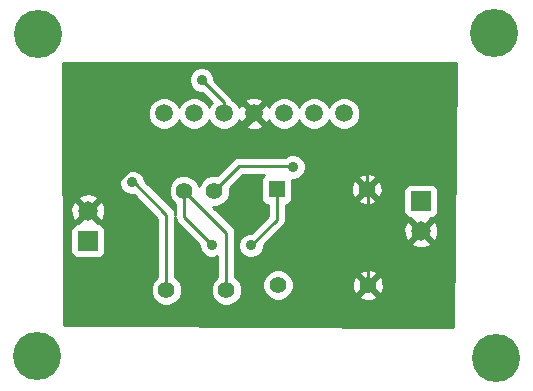
<source format=gbl>
G04 (created by PCBNEW (2013-07-07 BZR 4022)-stable) date 4/23/2015 6:26:41 AM*
%MOIN*%
G04 Gerber Fmt 3.4, Leading zero omitted, Abs format*
%FSLAX34Y34*%
G01*
G70*
G90*
G04 APERTURE LIST*
%ADD10C,0.00590551*%
%ADD11C,0.055*%
%ADD12C,0.0590551*%
%ADD13R,0.055X0.055*%
%ADD14R,0.065X0.065*%
%ADD15C,0.065*%
%ADD16C,0.16*%
%ADD17C,0.035*%
%ADD18C,0.01*%
G04 APERTURE END LIST*
G54D10*
G54D11*
X81580Y-59340D03*
X84580Y-59340D03*
G54D12*
X77780Y-53620D03*
X78780Y-53620D03*
X79780Y-53620D03*
X80780Y-53620D03*
X81780Y-53620D03*
X82780Y-53620D03*
X83780Y-53620D03*
G54D13*
X81540Y-56140D03*
G54D11*
X84540Y-56140D03*
X77860Y-59500D03*
X79860Y-59500D03*
G54D14*
X75240Y-57860D03*
G54D15*
X75240Y-56860D03*
G54D14*
X86340Y-56540D03*
G54D15*
X86340Y-57540D03*
G54D11*
X78460Y-56200D03*
X79460Y-56200D03*
G54D16*
X73600Y-50980D03*
X73540Y-61720D03*
X88780Y-50940D03*
X88860Y-61760D03*
G54D17*
X82080Y-55400D03*
X80680Y-58020D03*
X79380Y-58000D03*
X79040Y-52500D03*
X76720Y-55920D03*
G54D18*
X80780Y-53620D02*
X80780Y-53780D01*
X77040Y-55060D02*
X75240Y-56860D01*
X79500Y-55060D02*
X77040Y-55060D01*
X80780Y-53780D02*
X79500Y-55060D01*
X84540Y-56140D02*
X84540Y-55680D01*
X82140Y-54980D02*
X80780Y-53620D01*
X83840Y-54980D02*
X82140Y-54980D01*
X84540Y-55680D02*
X83840Y-54980D01*
X84580Y-59340D02*
X84580Y-56180D01*
X84580Y-56180D02*
X84540Y-56140D01*
X86340Y-57540D02*
X86340Y-57580D01*
X86340Y-57580D02*
X84580Y-59340D01*
X80300Y-55360D02*
X79460Y-56200D01*
X82040Y-55360D02*
X80300Y-55360D01*
X82080Y-55400D02*
X82040Y-55360D01*
X81540Y-57160D02*
X81540Y-56140D01*
X80680Y-58020D02*
X81540Y-57160D01*
X78460Y-57080D02*
X79380Y-58000D01*
X78460Y-56200D02*
X78460Y-57080D01*
X79860Y-59500D02*
X79860Y-57600D01*
X79860Y-57600D02*
X78460Y-56200D01*
X77860Y-59500D02*
X77860Y-57000D01*
X79780Y-53240D02*
X79780Y-53620D01*
X79040Y-52500D02*
X79780Y-53240D01*
X76780Y-55920D02*
X76720Y-55920D01*
X77860Y-57000D02*
X76780Y-55920D01*
G54D10*
G36*
X87529Y-51949D02*
X87410Y-60749D01*
X86919Y-60746D01*
X86919Y-57627D01*
X86915Y-57527D01*
X86915Y-56815D01*
X86915Y-56165D01*
X86877Y-56073D01*
X86806Y-56003D01*
X86714Y-55965D01*
X86615Y-55964D01*
X85965Y-55964D01*
X85873Y-56002D01*
X85803Y-56073D01*
X85765Y-56165D01*
X85764Y-56264D01*
X85764Y-56914D01*
X85802Y-57006D01*
X85873Y-57076D01*
X85965Y-57114D01*
X86013Y-57114D01*
X86006Y-57135D01*
X86340Y-57469D01*
X86673Y-57135D01*
X86666Y-57115D01*
X86714Y-57115D01*
X86806Y-57077D01*
X86876Y-57006D01*
X86914Y-56914D01*
X86915Y-56815D01*
X86915Y-57527D01*
X86909Y-57399D01*
X86841Y-57237D01*
X86744Y-57206D01*
X86410Y-57540D01*
X86744Y-57873D01*
X86841Y-57842D01*
X86919Y-57627D01*
X86919Y-60746D01*
X86673Y-60745D01*
X86673Y-57944D01*
X86340Y-57610D01*
X86269Y-57681D01*
X86269Y-57540D01*
X85935Y-57206D01*
X85838Y-57237D01*
X85760Y-57452D01*
X85770Y-57680D01*
X85838Y-57842D01*
X85935Y-57873D01*
X86269Y-57540D01*
X86269Y-57681D01*
X86006Y-57944D01*
X86037Y-58041D01*
X86252Y-58119D01*
X86480Y-58109D01*
X86642Y-58041D01*
X86673Y-57944D01*
X86673Y-60745D01*
X85109Y-60735D01*
X85109Y-59415D01*
X85098Y-59207D01*
X85069Y-59138D01*
X85069Y-56215D01*
X85058Y-56007D01*
X85000Y-55867D01*
X84907Y-55842D01*
X84837Y-55913D01*
X84837Y-55772D01*
X84812Y-55679D01*
X84615Y-55610D01*
X84407Y-55621D01*
X84325Y-55655D01*
X84325Y-53512D01*
X84242Y-53311D01*
X84089Y-53158D01*
X83888Y-53074D01*
X83672Y-53074D01*
X83471Y-53157D01*
X83318Y-53310D01*
X83280Y-53402D01*
X83242Y-53311D01*
X83089Y-53158D01*
X82888Y-53074D01*
X82672Y-53074D01*
X82471Y-53157D01*
X82318Y-53310D01*
X82280Y-53402D01*
X82242Y-53311D01*
X82089Y-53158D01*
X81888Y-53074D01*
X81672Y-53074D01*
X81471Y-53157D01*
X81318Y-53310D01*
X81282Y-53395D01*
X81257Y-53334D01*
X81162Y-53308D01*
X81091Y-53378D01*
X81091Y-53237D01*
X81065Y-53142D01*
X80860Y-53069D01*
X80643Y-53080D01*
X80494Y-53142D01*
X80468Y-53237D01*
X80780Y-53549D01*
X81091Y-53237D01*
X81091Y-53378D01*
X80850Y-53620D01*
X81162Y-53931D01*
X81257Y-53905D01*
X81280Y-53839D01*
X81317Y-53928D01*
X81470Y-54081D01*
X81671Y-54165D01*
X81887Y-54165D01*
X82088Y-54082D01*
X82241Y-53929D01*
X82279Y-53837D01*
X82317Y-53928D01*
X82470Y-54081D01*
X82671Y-54165D01*
X82887Y-54165D01*
X83088Y-54082D01*
X83241Y-53929D01*
X83279Y-53837D01*
X83317Y-53928D01*
X83470Y-54081D01*
X83671Y-54165D01*
X83887Y-54165D01*
X84088Y-54082D01*
X84241Y-53929D01*
X84325Y-53728D01*
X84325Y-53512D01*
X84325Y-55655D01*
X84267Y-55679D01*
X84242Y-55772D01*
X84540Y-56069D01*
X84837Y-55772D01*
X84837Y-55913D01*
X84610Y-56140D01*
X84907Y-56437D01*
X85000Y-56412D01*
X85069Y-56215D01*
X85069Y-59138D01*
X85040Y-59067D01*
X84947Y-59042D01*
X84877Y-59113D01*
X84877Y-58972D01*
X84852Y-58879D01*
X84837Y-58873D01*
X84837Y-56507D01*
X84540Y-56210D01*
X84469Y-56281D01*
X84469Y-56140D01*
X84172Y-55842D01*
X84079Y-55867D01*
X84010Y-56064D01*
X84021Y-56272D01*
X84079Y-56412D01*
X84172Y-56437D01*
X84469Y-56140D01*
X84469Y-56281D01*
X84242Y-56507D01*
X84267Y-56600D01*
X84464Y-56669D01*
X84672Y-56658D01*
X84812Y-56600D01*
X84837Y-56507D01*
X84837Y-58873D01*
X84655Y-58810D01*
X84447Y-58821D01*
X84307Y-58879D01*
X84282Y-58972D01*
X84580Y-59269D01*
X84877Y-58972D01*
X84877Y-59113D01*
X84650Y-59340D01*
X84947Y-59637D01*
X85040Y-59612D01*
X85109Y-59415D01*
X85109Y-60735D01*
X84877Y-60734D01*
X84877Y-59707D01*
X84580Y-59410D01*
X84509Y-59481D01*
X84509Y-59340D01*
X84212Y-59042D01*
X84119Y-59067D01*
X84050Y-59264D01*
X84061Y-59472D01*
X84119Y-59612D01*
X84212Y-59637D01*
X84509Y-59340D01*
X84509Y-59481D01*
X84282Y-59707D01*
X84307Y-59800D01*
X84504Y-59869D01*
X84712Y-59858D01*
X84852Y-59800D01*
X84877Y-59707D01*
X84877Y-60734D01*
X82505Y-60719D01*
X82505Y-55315D01*
X82440Y-55159D01*
X82321Y-55039D01*
X82164Y-54975D01*
X81995Y-54974D01*
X81839Y-55039D01*
X81819Y-55060D01*
X81091Y-55060D01*
X81091Y-54002D01*
X80780Y-53690D01*
X80709Y-53761D01*
X80709Y-53620D01*
X80397Y-53308D01*
X80302Y-53334D01*
X80279Y-53400D01*
X80242Y-53311D01*
X80089Y-53158D01*
X80061Y-53146D01*
X80061Y-53146D01*
X80057Y-53125D01*
X79992Y-53027D01*
X79992Y-53027D01*
X79464Y-52500D01*
X79465Y-52415D01*
X79400Y-52259D01*
X79281Y-52139D01*
X79124Y-52075D01*
X78955Y-52074D01*
X78799Y-52139D01*
X78679Y-52258D01*
X78615Y-52415D01*
X78614Y-52584D01*
X78679Y-52740D01*
X78798Y-52860D01*
X78955Y-52924D01*
X79040Y-52925D01*
X79372Y-53256D01*
X79318Y-53310D01*
X79280Y-53402D01*
X79242Y-53311D01*
X79089Y-53158D01*
X78888Y-53074D01*
X78672Y-53074D01*
X78471Y-53157D01*
X78318Y-53310D01*
X78280Y-53402D01*
X78242Y-53311D01*
X78089Y-53158D01*
X77888Y-53074D01*
X77672Y-53074D01*
X77471Y-53157D01*
X77318Y-53310D01*
X77234Y-53511D01*
X77234Y-53727D01*
X77317Y-53928D01*
X77470Y-54081D01*
X77671Y-54165D01*
X77887Y-54165D01*
X78088Y-54082D01*
X78241Y-53929D01*
X78279Y-53837D01*
X78317Y-53928D01*
X78470Y-54081D01*
X78671Y-54165D01*
X78887Y-54165D01*
X79088Y-54082D01*
X79241Y-53929D01*
X79279Y-53837D01*
X79317Y-53928D01*
X79470Y-54081D01*
X79671Y-54165D01*
X79887Y-54165D01*
X80088Y-54082D01*
X80241Y-53929D01*
X80277Y-53844D01*
X80302Y-53905D01*
X80397Y-53931D01*
X80709Y-53620D01*
X80709Y-53761D01*
X80468Y-54002D01*
X80494Y-54097D01*
X80699Y-54170D01*
X80916Y-54159D01*
X81065Y-54097D01*
X81091Y-54002D01*
X81091Y-55060D01*
X80300Y-55060D01*
X80185Y-55082D01*
X80087Y-55147D01*
X79560Y-55675D01*
X79356Y-55674D01*
X79163Y-55754D01*
X79015Y-55902D01*
X78959Y-56035D01*
X78905Y-55903D01*
X78757Y-55755D01*
X78564Y-55675D01*
X78356Y-55674D01*
X78163Y-55754D01*
X78015Y-55902D01*
X77935Y-56095D01*
X77934Y-56303D01*
X78014Y-56497D01*
X78160Y-56642D01*
X78160Y-57000D01*
X78137Y-56885D01*
X78072Y-56787D01*
X78072Y-56787D01*
X77145Y-55860D01*
X77145Y-55835D01*
X77080Y-55679D01*
X76961Y-55559D01*
X76804Y-55495D01*
X76635Y-55494D01*
X76479Y-55559D01*
X76359Y-55678D01*
X76295Y-55835D01*
X76294Y-56004D01*
X76359Y-56160D01*
X76478Y-56280D01*
X76635Y-56344D01*
X76780Y-56345D01*
X77560Y-57124D01*
X77560Y-59057D01*
X77415Y-59202D01*
X77335Y-59395D01*
X77334Y-59603D01*
X77414Y-59797D01*
X77562Y-59944D01*
X77755Y-60024D01*
X77963Y-60025D01*
X78157Y-59945D01*
X78304Y-59797D01*
X78384Y-59604D01*
X78385Y-59396D01*
X78305Y-59203D01*
X78160Y-59057D01*
X78160Y-57080D01*
X78182Y-57194D01*
X78247Y-57292D01*
X78955Y-57999D01*
X78954Y-58084D01*
X79019Y-58240D01*
X79138Y-58360D01*
X79295Y-58424D01*
X79464Y-58425D01*
X79560Y-58385D01*
X79560Y-59057D01*
X79415Y-59202D01*
X79335Y-59395D01*
X79334Y-59603D01*
X79414Y-59797D01*
X79562Y-59944D01*
X79755Y-60024D01*
X79963Y-60025D01*
X80157Y-59945D01*
X80304Y-59797D01*
X80384Y-59604D01*
X80385Y-59396D01*
X80305Y-59203D01*
X80160Y-59057D01*
X80160Y-57600D01*
X80137Y-57485D01*
X80072Y-57387D01*
X80072Y-57387D01*
X79409Y-56724D01*
X79563Y-56725D01*
X79757Y-56645D01*
X79904Y-56497D01*
X79984Y-56304D01*
X79985Y-56099D01*
X80424Y-55660D01*
X81116Y-55660D01*
X81053Y-55723D01*
X81015Y-55815D01*
X81014Y-55914D01*
X81014Y-56464D01*
X81052Y-56556D01*
X81123Y-56626D01*
X81215Y-56664D01*
X81240Y-56664D01*
X81240Y-57035D01*
X80680Y-57595D01*
X80595Y-57594D01*
X80439Y-57659D01*
X80319Y-57778D01*
X80255Y-57935D01*
X80254Y-58104D01*
X80319Y-58260D01*
X80438Y-58380D01*
X80595Y-58444D01*
X80764Y-58445D01*
X80920Y-58380D01*
X81040Y-58261D01*
X81104Y-58104D01*
X81105Y-58019D01*
X81752Y-57372D01*
X81817Y-57274D01*
X81839Y-57160D01*
X81840Y-57160D01*
X81840Y-56665D01*
X81864Y-56665D01*
X81956Y-56627D01*
X82026Y-56556D01*
X82064Y-56464D01*
X82065Y-56365D01*
X82065Y-55824D01*
X82164Y-55825D01*
X82320Y-55760D01*
X82440Y-55641D01*
X82504Y-55484D01*
X82505Y-55315D01*
X82505Y-60719D01*
X82105Y-60717D01*
X82105Y-59236D01*
X82025Y-59043D01*
X81877Y-58895D01*
X81684Y-58815D01*
X81476Y-58814D01*
X81283Y-58894D01*
X81135Y-59042D01*
X81055Y-59235D01*
X81054Y-59443D01*
X81134Y-59637D01*
X81282Y-59784D01*
X81475Y-59864D01*
X81683Y-59865D01*
X81877Y-59785D01*
X82024Y-59637D01*
X82104Y-59444D01*
X82105Y-59236D01*
X82105Y-60717D01*
X75819Y-60678D01*
X75819Y-56947D01*
X75809Y-56719D01*
X75741Y-56557D01*
X75644Y-56526D01*
X75573Y-56597D01*
X75573Y-56455D01*
X75542Y-56358D01*
X75327Y-56280D01*
X75099Y-56290D01*
X74937Y-56358D01*
X74906Y-56455D01*
X75240Y-56789D01*
X75573Y-56455D01*
X75573Y-56597D01*
X75310Y-56860D01*
X75644Y-57193D01*
X75741Y-57162D01*
X75819Y-56947D01*
X75819Y-60678D01*
X75815Y-60678D01*
X75815Y-58135D01*
X75815Y-57485D01*
X75777Y-57393D01*
X75706Y-57323D01*
X75614Y-57285D01*
X75566Y-57285D01*
X75573Y-57264D01*
X75240Y-56930D01*
X75169Y-57001D01*
X75169Y-56860D01*
X74835Y-56526D01*
X74738Y-56557D01*
X74660Y-56772D01*
X74670Y-57000D01*
X74738Y-57162D01*
X74835Y-57193D01*
X75169Y-56860D01*
X75169Y-57001D01*
X74906Y-57264D01*
X74913Y-57284D01*
X74865Y-57284D01*
X74773Y-57322D01*
X74703Y-57393D01*
X74665Y-57485D01*
X74664Y-57584D01*
X74664Y-58234D01*
X74702Y-58326D01*
X74773Y-58396D01*
X74865Y-58434D01*
X74964Y-58435D01*
X75614Y-58435D01*
X75706Y-58397D01*
X75776Y-58326D01*
X75814Y-58234D01*
X75815Y-58135D01*
X75815Y-60678D01*
X74449Y-60670D01*
X74430Y-51930D01*
X87529Y-51949D01*
X87529Y-51949D01*
G37*
G54D18*
X87529Y-51949D02*
X87410Y-60749D01*
X86919Y-60746D01*
X86919Y-57627D01*
X86915Y-57527D01*
X86915Y-56815D01*
X86915Y-56165D01*
X86877Y-56073D01*
X86806Y-56003D01*
X86714Y-55965D01*
X86615Y-55964D01*
X85965Y-55964D01*
X85873Y-56002D01*
X85803Y-56073D01*
X85765Y-56165D01*
X85764Y-56264D01*
X85764Y-56914D01*
X85802Y-57006D01*
X85873Y-57076D01*
X85965Y-57114D01*
X86013Y-57114D01*
X86006Y-57135D01*
X86340Y-57469D01*
X86673Y-57135D01*
X86666Y-57115D01*
X86714Y-57115D01*
X86806Y-57077D01*
X86876Y-57006D01*
X86914Y-56914D01*
X86915Y-56815D01*
X86915Y-57527D01*
X86909Y-57399D01*
X86841Y-57237D01*
X86744Y-57206D01*
X86410Y-57540D01*
X86744Y-57873D01*
X86841Y-57842D01*
X86919Y-57627D01*
X86919Y-60746D01*
X86673Y-60745D01*
X86673Y-57944D01*
X86340Y-57610D01*
X86269Y-57681D01*
X86269Y-57540D01*
X85935Y-57206D01*
X85838Y-57237D01*
X85760Y-57452D01*
X85770Y-57680D01*
X85838Y-57842D01*
X85935Y-57873D01*
X86269Y-57540D01*
X86269Y-57681D01*
X86006Y-57944D01*
X86037Y-58041D01*
X86252Y-58119D01*
X86480Y-58109D01*
X86642Y-58041D01*
X86673Y-57944D01*
X86673Y-60745D01*
X85109Y-60735D01*
X85109Y-59415D01*
X85098Y-59207D01*
X85069Y-59138D01*
X85069Y-56215D01*
X85058Y-56007D01*
X85000Y-55867D01*
X84907Y-55842D01*
X84837Y-55913D01*
X84837Y-55772D01*
X84812Y-55679D01*
X84615Y-55610D01*
X84407Y-55621D01*
X84325Y-55655D01*
X84325Y-53512D01*
X84242Y-53311D01*
X84089Y-53158D01*
X83888Y-53074D01*
X83672Y-53074D01*
X83471Y-53157D01*
X83318Y-53310D01*
X83280Y-53402D01*
X83242Y-53311D01*
X83089Y-53158D01*
X82888Y-53074D01*
X82672Y-53074D01*
X82471Y-53157D01*
X82318Y-53310D01*
X82280Y-53402D01*
X82242Y-53311D01*
X82089Y-53158D01*
X81888Y-53074D01*
X81672Y-53074D01*
X81471Y-53157D01*
X81318Y-53310D01*
X81282Y-53395D01*
X81257Y-53334D01*
X81162Y-53308D01*
X81091Y-53378D01*
X81091Y-53237D01*
X81065Y-53142D01*
X80860Y-53069D01*
X80643Y-53080D01*
X80494Y-53142D01*
X80468Y-53237D01*
X80780Y-53549D01*
X81091Y-53237D01*
X81091Y-53378D01*
X80850Y-53620D01*
X81162Y-53931D01*
X81257Y-53905D01*
X81280Y-53839D01*
X81317Y-53928D01*
X81470Y-54081D01*
X81671Y-54165D01*
X81887Y-54165D01*
X82088Y-54082D01*
X82241Y-53929D01*
X82279Y-53837D01*
X82317Y-53928D01*
X82470Y-54081D01*
X82671Y-54165D01*
X82887Y-54165D01*
X83088Y-54082D01*
X83241Y-53929D01*
X83279Y-53837D01*
X83317Y-53928D01*
X83470Y-54081D01*
X83671Y-54165D01*
X83887Y-54165D01*
X84088Y-54082D01*
X84241Y-53929D01*
X84325Y-53728D01*
X84325Y-53512D01*
X84325Y-55655D01*
X84267Y-55679D01*
X84242Y-55772D01*
X84540Y-56069D01*
X84837Y-55772D01*
X84837Y-55913D01*
X84610Y-56140D01*
X84907Y-56437D01*
X85000Y-56412D01*
X85069Y-56215D01*
X85069Y-59138D01*
X85040Y-59067D01*
X84947Y-59042D01*
X84877Y-59113D01*
X84877Y-58972D01*
X84852Y-58879D01*
X84837Y-58873D01*
X84837Y-56507D01*
X84540Y-56210D01*
X84469Y-56281D01*
X84469Y-56140D01*
X84172Y-55842D01*
X84079Y-55867D01*
X84010Y-56064D01*
X84021Y-56272D01*
X84079Y-56412D01*
X84172Y-56437D01*
X84469Y-56140D01*
X84469Y-56281D01*
X84242Y-56507D01*
X84267Y-56600D01*
X84464Y-56669D01*
X84672Y-56658D01*
X84812Y-56600D01*
X84837Y-56507D01*
X84837Y-58873D01*
X84655Y-58810D01*
X84447Y-58821D01*
X84307Y-58879D01*
X84282Y-58972D01*
X84580Y-59269D01*
X84877Y-58972D01*
X84877Y-59113D01*
X84650Y-59340D01*
X84947Y-59637D01*
X85040Y-59612D01*
X85109Y-59415D01*
X85109Y-60735D01*
X84877Y-60734D01*
X84877Y-59707D01*
X84580Y-59410D01*
X84509Y-59481D01*
X84509Y-59340D01*
X84212Y-59042D01*
X84119Y-59067D01*
X84050Y-59264D01*
X84061Y-59472D01*
X84119Y-59612D01*
X84212Y-59637D01*
X84509Y-59340D01*
X84509Y-59481D01*
X84282Y-59707D01*
X84307Y-59800D01*
X84504Y-59869D01*
X84712Y-59858D01*
X84852Y-59800D01*
X84877Y-59707D01*
X84877Y-60734D01*
X82505Y-60719D01*
X82505Y-55315D01*
X82440Y-55159D01*
X82321Y-55039D01*
X82164Y-54975D01*
X81995Y-54974D01*
X81839Y-55039D01*
X81819Y-55060D01*
X81091Y-55060D01*
X81091Y-54002D01*
X80780Y-53690D01*
X80709Y-53761D01*
X80709Y-53620D01*
X80397Y-53308D01*
X80302Y-53334D01*
X80279Y-53400D01*
X80242Y-53311D01*
X80089Y-53158D01*
X80061Y-53146D01*
X80061Y-53146D01*
X80057Y-53125D01*
X79992Y-53027D01*
X79992Y-53027D01*
X79464Y-52500D01*
X79465Y-52415D01*
X79400Y-52259D01*
X79281Y-52139D01*
X79124Y-52075D01*
X78955Y-52074D01*
X78799Y-52139D01*
X78679Y-52258D01*
X78615Y-52415D01*
X78614Y-52584D01*
X78679Y-52740D01*
X78798Y-52860D01*
X78955Y-52924D01*
X79040Y-52925D01*
X79372Y-53256D01*
X79318Y-53310D01*
X79280Y-53402D01*
X79242Y-53311D01*
X79089Y-53158D01*
X78888Y-53074D01*
X78672Y-53074D01*
X78471Y-53157D01*
X78318Y-53310D01*
X78280Y-53402D01*
X78242Y-53311D01*
X78089Y-53158D01*
X77888Y-53074D01*
X77672Y-53074D01*
X77471Y-53157D01*
X77318Y-53310D01*
X77234Y-53511D01*
X77234Y-53727D01*
X77317Y-53928D01*
X77470Y-54081D01*
X77671Y-54165D01*
X77887Y-54165D01*
X78088Y-54082D01*
X78241Y-53929D01*
X78279Y-53837D01*
X78317Y-53928D01*
X78470Y-54081D01*
X78671Y-54165D01*
X78887Y-54165D01*
X79088Y-54082D01*
X79241Y-53929D01*
X79279Y-53837D01*
X79317Y-53928D01*
X79470Y-54081D01*
X79671Y-54165D01*
X79887Y-54165D01*
X80088Y-54082D01*
X80241Y-53929D01*
X80277Y-53844D01*
X80302Y-53905D01*
X80397Y-53931D01*
X80709Y-53620D01*
X80709Y-53761D01*
X80468Y-54002D01*
X80494Y-54097D01*
X80699Y-54170D01*
X80916Y-54159D01*
X81065Y-54097D01*
X81091Y-54002D01*
X81091Y-55060D01*
X80300Y-55060D01*
X80185Y-55082D01*
X80087Y-55147D01*
X79560Y-55675D01*
X79356Y-55674D01*
X79163Y-55754D01*
X79015Y-55902D01*
X78959Y-56035D01*
X78905Y-55903D01*
X78757Y-55755D01*
X78564Y-55675D01*
X78356Y-55674D01*
X78163Y-55754D01*
X78015Y-55902D01*
X77935Y-56095D01*
X77934Y-56303D01*
X78014Y-56497D01*
X78160Y-56642D01*
X78160Y-57000D01*
X78137Y-56885D01*
X78072Y-56787D01*
X78072Y-56787D01*
X77145Y-55860D01*
X77145Y-55835D01*
X77080Y-55679D01*
X76961Y-55559D01*
X76804Y-55495D01*
X76635Y-55494D01*
X76479Y-55559D01*
X76359Y-55678D01*
X76295Y-55835D01*
X76294Y-56004D01*
X76359Y-56160D01*
X76478Y-56280D01*
X76635Y-56344D01*
X76780Y-56345D01*
X77560Y-57124D01*
X77560Y-59057D01*
X77415Y-59202D01*
X77335Y-59395D01*
X77334Y-59603D01*
X77414Y-59797D01*
X77562Y-59944D01*
X77755Y-60024D01*
X77963Y-60025D01*
X78157Y-59945D01*
X78304Y-59797D01*
X78384Y-59604D01*
X78385Y-59396D01*
X78305Y-59203D01*
X78160Y-59057D01*
X78160Y-57080D01*
X78182Y-57194D01*
X78247Y-57292D01*
X78955Y-57999D01*
X78954Y-58084D01*
X79019Y-58240D01*
X79138Y-58360D01*
X79295Y-58424D01*
X79464Y-58425D01*
X79560Y-58385D01*
X79560Y-59057D01*
X79415Y-59202D01*
X79335Y-59395D01*
X79334Y-59603D01*
X79414Y-59797D01*
X79562Y-59944D01*
X79755Y-60024D01*
X79963Y-60025D01*
X80157Y-59945D01*
X80304Y-59797D01*
X80384Y-59604D01*
X80385Y-59396D01*
X80305Y-59203D01*
X80160Y-59057D01*
X80160Y-57600D01*
X80137Y-57485D01*
X80072Y-57387D01*
X80072Y-57387D01*
X79409Y-56724D01*
X79563Y-56725D01*
X79757Y-56645D01*
X79904Y-56497D01*
X79984Y-56304D01*
X79985Y-56099D01*
X80424Y-55660D01*
X81116Y-55660D01*
X81053Y-55723D01*
X81015Y-55815D01*
X81014Y-55914D01*
X81014Y-56464D01*
X81052Y-56556D01*
X81123Y-56626D01*
X81215Y-56664D01*
X81240Y-56664D01*
X81240Y-57035D01*
X80680Y-57595D01*
X80595Y-57594D01*
X80439Y-57659D01*
X80319Y-57778D01*
X80255Y-57935D01*
X80254Y-58104D01*
X80319Y-58260D01*
X80438Y-58380D01*
X80595Y-58444D01*
X80764Y-58445D01*
X80920Y-58380D01*
X81040Y-58261D01*
X81104Y-58104D01*
X81105Y-58019D01*
X81752Y-57372D01*
X81817Y-57274D01*
X81839Y-57160D01*
X81840Y-57160D01*
X81840Y-56665D01*
X81864Y-56665D01*
X81956Y-56627D01*
X82026Y-56556D01*
X82064Y-56464D01*
X82065Y-56365D01*
X82065Y-55824D01*
X82164Y-55825D01*
X82320Y-55760D01*
X82440Y-55641D01*
X82504Y-55484D01*
X82505Y-55315D01*
X82505Y-60719D01*
X82105Y-60717D01*
X82105Y-59236D01*
X82025Y-59043D01*
X81877Y-58895D01*
X81684Y-58815D01*
X81476Y-58814D01*
X81283Y-58894D01*
X81135Y-59042D01*
X81055Y-59235D01*
X81054Y-59443D01*
X81134Y-59637D01*
X81282Y-59784D01*
X81475Y-59864D01*
X81683Y-59865D01*
X81877Y-59785D01*
X82024Y-59637D01*
X82104Y-59444D01*
X82105Y-59236D01*
X82105Y-60717D01*
X75819Y-60678D01*
X75819Y-56947D01*
X75809Y-56719D01*
X75741Y-56557D01*
X75644Y-56526D01*
X75573Y-56597D01*
X75573Y-56455D01*
X75542Y-56358D01*
X75327Y-56280D01*
X75099Y-56290D01*
X74937Y-56358D01*
X74906Y-56455D01*
X75240Y-56789D01*
X75573Y-56455D01*
X75573Y-56597D01*
X75310Y-56860D01*
X75644Y-57193D01*
X75741Y-57162D01*
X75819Y-56947D01*
X75819Y-60678D01*
X75815Y-60678D01*
X75815Y-58135D01*
X75815Y-57485D01*
X75777Y-57393D01*
X75706Y-57323D01*
X75614Y-57285D01*
X75566Y-57285D01*
X75573Y-57264D01*
X75240Y-56930D01*
X75169Y-57001D01*
X75169Y-56860D01*
X74835Y-56526D01*
X74738Y-56557D01*
X74660Y-56772D01*
X74670Y-57000D01*
X74738Y-57162D01*
X74835Y-57193D01*
X75169Y-56860D01*
X75169Y-57001D01*
X74906Y-57264D01*
X74913Y-57284D01*
X74865Y-57284D01*
X74773Y-57322D01*
X74703Y-57393D01*
X74665Y-57485D01*
X74664Y-57584D01*
X74664Y-58234D01*
X74702Y-58326D01*
X74773Y-58396D01*
X74865Y-58434D01*
X74964Y-58435D01*
X75614Y-58435D01*
X75706Y-58397D01*
X75776Y-58326D01*
X75814Y-58234D01*
X75815Y-58135D01*
X75815Y-60678D01*
X74449Y-60670D01*
X74430Y-51930D01*
X87529Y-51949D01*
M02*

</source>
